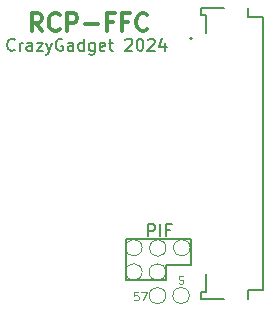
<source format=gbr>
%TF.GenerationSoftware,KiCad,Pcbnew,7.0.7*%
%TF.CreationDate,2024-03-24T16:11:17-04:00*%
%TF.ProjectId,RCP-FLEX,5243502d-464c-4455-982e-6b696361645f,rev?*%
%TF.SameCoordinates,Original*%
%TF.FileFunction,Legend,Top*%
%TF.FilePolarity,Positive*%
%FSLAX46Y46*%
G04 Gerber Fmt 4.6, Leading zero omitted, Abs format (unit mm)*
G04 Created by KiCad (PCBNEW 7.0.7) date 2024-03-24 16:11:17*
%MOMM*%
%LPD*%
G01*
G04 APERTURE LIST*
%ADD10C,0.150000*%
%ADD11C,0.100000*%
%ADD12C,0.300000*%
%ADD13C,0.120000*%
%ADD14C,0.127000*%
%ADD15C,0.200000*%
G04 APERTURE END LIST*
D10*
X180800000Y-76900000D02*
X180900000Y-76900000D01*
X178800000Y-80400000D02*
X176100000Y-80400000D01*
X180900000Y-76900000D02*
X180900000Y-78900000D01*
X175400000Y-80400000D02*
X175400000Y-76900000D01*
X180900000Y-79000000D02*
X180900000Y-79100000D01*
X175400000Y-76900000D02*
X180800000Y-76900000D01*
X180900000Y-78900000D02*
X180900000Y-79000000D01*
X178800000Y-79100000D02*
X178800000Y-80400000D01*
X180900000Y-79100000D02*
X178800000Y-79100000D01*
X176100000Y-80400000D02*
X175400000Y-80400000D01*
D11*
X179899122Y-80675800D02*
X179999122Y-80709133D01*
X179999122Y-80709133D02*
X180165789Y-80709133D01*
X180165789Y-80709133D02*
X180232455Y-80675800D01*
X180232455Y-80675800D02*
X180265789Y-80642466D01*
X180265789Y-80642466D02*
X180299122Y-80575800D01*
X180299122Y-80575800D02*
X180299122Y-80509133D01*
X180299122Y-80509133D02*
X180265789Y-80442466D01*
X180265789Y-80442466D02*
X180232455Y-80409133D01*
X180232455Y-80409133D02*
X180165789Y-80375800D01*
X180165789Y-80375800D02*
X180032455Y-80342466D01*
X180032455Y-80342466D02*
X179965789Y-80309133D01*
X179965789Y-80309133D02*
X179932455Y-80275800D01*
X179932455Y-80275800D02*
X179899122Y-80209133D01*
X179899122Y-80209133D02*
X179899122Y-80142466D01*
X179899122Y-80142466D02*
X179932455Y-80075800D01*
X179932455Y-80075800D02*
X179965789Y-80042466D01*
X179965789Y-80042466D02*
X180032455Y-80009133D01*
X180032455Y-80009133D02*
X180199122Y-80009133D01*
X180199122Y-80009133D02*
X180299122Y-80042466D01*
D12*
X168311653Y-59300828D02*
X167811653Y-58586542D01*
X167454510Y-59300828D02*
X167454510Y-57800828D01*
X167454510Y-57800828D02*
X168025939Y-57800828D01*
X168025939Y-57800828D02*
X168168796Y-57872257D01*
X168168796Y-57872257D02*
X168240225Y-57943685D01*
X168240225Y-57943685D02*
X168311653Y-58086542D01*
X168311653Y-58086542D02*
X168311653Y-58300828D01*
X168311653Y-58300828D02*
X168240225Y-58443685D01*
X168240225Y-58443685D02*
X168168796Y-58515114D01*
X168168796Y-58515114D02*
X168025939Y-58586542D01*
X168025939Y-58586542D02*
X167454510Y-58586542D01*
X169811653Y-59157971D02*
X169740225Y-59229400D01*
X169740225Y-59229400D02*
X169525939Y-59300828D01*
X169525939Y-59300828D02*
X169383082Y-59300828D01*
X169383082Y-59300828D02*
X169168796Y-59229400D01*
X169168796Y-59229400D02*
X169025939Y-59086542D01*
X169025939Y-59086542D02*
X168954510Y-58943685D01*
X168954510Y-58943685D02*
X168883082Y-58657971D01*
X168883082Y-58657971D02*
X168883082Y-58443685D01*
X168883082Y-58443685D02*
X168954510Y-58157971D01*
X168954510Y-58157971D02*
X169025939Y-58015114D01*
X169025939Y-58015114D02*
X169168796Y-57872257D01*
X169168796Y-57872257D02*
X169383082Y-57800828D01*
X169383082Y-57800828D02*
X169525939Y-57800828D01*
X169525939Y-57800828D02*
X169740225Y-57872257D01*
X169740225Y-57872257D02*
X169811653Y-57943685D01*
X170454510Y-59300828D02*
X170454510Y-57800828D01*
X170454510Y-57800828D02*
X171025939Y-57800828D01*
X171025939Y-57800828D02*
X171168796Y-57872257D01*
X171168796Y-57872257D02*
X171240225Y-57943685D01*
X171240225Y-57943685D02*
X171311653Y-58086542D01*
X171311653Y-58086542D02*
X171311653Y-58300828D01*
X171311653Y-58300828D02*
X171240225Y-58443685D01*
X171240225Y-58443685D02*
X171168796Y-58515114D01*
X171168796Y-58515114D02*
X171025939Y-58586542D01*
X171025939Y-58586542D02*
X170454510Y-58586542D01*
X171954510Y-58729400D02*
X173097368Y-58729400D01*
X174311653Y-58515114D02*
X173811653Y-58515114D01*
X173811653Y-59300828D02*
X173811653Y-57800828D01*
X173811653Y-57800828D02*
X174525939Y-57800828D01*
X175597367Y-58515114D02*
X175097367Y-58515114D01*
X175097367Y-59300828D02*
X175097367Y-57800828D01*
X175097367Y-57800828D02*
X175811653Y-57800828D01*
X177240224Y-59157971D02*
X177168796Y-59229400D01*
X177168796Y-59229400D02*
X176954510Y-59300828D01*
X176954510Y-59300828D02*
X176811653Y-59300828D01*
X176811653Y-59300828D02*
X176597367Y-59229400D01*
X176597367Y-59229400D02*
X176454510Y-59086542D01*
X176454510Y-59086542D02*
X176383081Y-58943685D01*
X176383081Y-58943685D02*
X176311653Y-58657971D01*
X176311653Y-58657971D02*
X176311653Y-58443685D01*
X176311653Y-58443685D02*
X176383081Y-58157971D01*
X176383081Y-58157971D02*
X176454510Y-58015114D01*
X176454510Y-58015114D02*
X176597367Y-57872257D01*
X176597367Y-57872257D02*
X176811653Y-57800828D01*
X176811653Y-57800828D02*
X176954510Y-57800828D01*
X176954510Y-57800828D02*
X177168796Y-57872257D01*
X177168796Y-57872257D02*
X177240224Y-57943685D01*
D11*
X176465789Y-81409133D02*
X176132455Y-81409133D01*
X176132455Y-81409133D02*
X176099122Y-81742466D01*
X176099122Y-81742466D02*
X176132455Y-81709133D01*
X176132455Y-81709133D02*
X176199122Y-81675800D01*
X176199122Y-81675800D02*
X176365789Y-81675800D01*
X176365789Y-81675800D02*
X176432455Y-81709133D01*
X176432455Y-81709133D02*
X176465789Y-81742466D01*
X176465789Y-81742466D02*
X176499122Y-81809133D01*
X176499122Y-81809133D02*
X176499122Y-81975800D01*
X176499122Y-81975800D02*
X176465789Y-82042466D01*
X176465789Y-82042466D02*
X176432455Y-82075800D01*
X176432455Y-82075800D02*
X176365789Y-82109133D01*
X176365789Y-82109133D02*
X176199122Y-82109133D01*
X176199122Y-82109133D02*
X176132455Y-82075800D01*
X176132455Y-82075800D02*
X176099122Y-82042466D01*
X176732456Y-81409133D02*
X177199122Y-81409133D01*
X177199122Y-81409133D02*
X176899122Y-82109133D01*
D10*
X177336779Y-76669819D02*
X177336779Y-75669819D01*
X177336779Y-75669819D02*
X177717731Y-75669819D01*
X177717731Y-75669819D02*
X177812969Y-75717438D01*
X177812969Y-75717438D02*
X177860588Y-75765057D01*
X177860588Y-75765057D02*
X177908207Y-75860295D01*
X177908207Y-75860295D02*
X177908207Y-76003152D01*
X177908207Y-76003152D02*
X177860588Y-76098390D01*
X177860588Y-76098390D02*
X177812969Y-76146009D01*
X177812969Y-76146009D02*
X177717731Y-76193628D01*
X177717731Y-76193628D02*
X177336779Y-76193628D01*
X178336779Y-76669819D02*
X178336779Y-75669819D01*
X179146302Y-76146009D02*
X178812969Y-76146009D01*
X178812969Y-76669819D02*
X178812969Y-75669819D01*
X178812969Y-75669819D02*
X179289159Y-75669819D01*
X166008207Y-60874580D02*
X165960588Y-60922200D01*
X165960588Y-60922200D02*
X165817731Y-60969819D01*
X165817731Y-60969819D02*
X165722493Y-60969819D01*
X165722493Y-60969819D02*
X165579636Y-60922200D01*
X165579636Y-60922200D02*
X165484398Y-60826961D01*
X165484398Y-60826961D02*
X165436779Y-60731723D01*
X165436779Y-60731723D02*
X165389160Y-60541247D01*
X165389160Y-60541247D02*
X165389160Y-60398390D01*
X165389160Y-60398390D02*
X165436779Y-60207914D01*
X165436779Y-60207914D02*
X165484398Y-60112676D01*
X165484398Y-60112676D02*
X165579636Y-60017438D01*
X165579636Y-60017438D02*
X165722493Y-59969819D01*
X165722493Y-59969819D02*
X165817731Y-59969819D01*
X165817731Y-59969819D02*
X165960588Y-60017438D01*
X165960588Y-60017438D02*
X166008207Y-60065057D01*
X166436779Y-60969819D02*
X166436779Y-60303152D01*
X166436779Y-60493628D02*
X166484398Y-60398390D01*
X166484398Y-60398390D02*
X166532017Y-60350771D01*
X166532017Y-60350771D02*
X166627255Y-60303152D01*
X166627255Y-60303152D02*
X166722493Y-60303152D01*
X167484398Y-60969819D02*
X167484398Y-60446009D01*
X167484398Y-60446009D02*
X167436779Y-60350771D01*
X167436779Y-60350771D02*
X167341541Y-60303152D01*
X167341541Y-60303152D02*
X167151065Y-60303152D01*
X167151065Y-60303152D02*
X167055827Y-60350771D01*
X167484398Y-60922200D02*
X167389160Y-60969819D01*
X167389160Y-60969819D02*
X167151065Y-60969819D01*
X167151065Y-60969819D02*
X167055827Y-60922200D01*
X167055827Y-60922200D02*
X167008208Y-60826961D01*
X167008208Y-60826961D02*
X167008208Y-60731723D01*
X167008208Y-60731723D02*
X167055827Y-60636485D01*
X167055827Y-60636485D02*
X167151065Y-60588866D01*
X167151065Y-60588866D02*
X167389160Y-60588866D01*
X167389160Y-60588866D02*
X167484398Y-60541247D01*
X167865351Y-60303152D02*
X168389160Y-60303152D01*
X168389160Y-60303152D02*
X167865351Y-60969819D01*
X167865351Y-60969819D02*
X168389160Y-60969819D01*
X168674875Y-60303152D02*
X168912970Y-60969819D01*
X169151065Y-60303152D02*
X168912970Y-60969819D01*
X168912970Y-60969819D02*
X168817732Y-61207914D01*
X168817732Y-61207914D02*
X168770113Y-61255533D01*
X168770113Y-61255533D02*
X168674875Y-61303152D01*
X170055827Y-60017438D02*
X169960589Y-59969819D01*
X169960589Y-59969819D02*
X169817732Y-59969819D01*
X169817732Y-59969819D02*
X169674875Y-60017438D01*
X169674875Y-60017438D02*
X169579637Y-60112676D01*
X169579637Y-60112676D02*
X169532018Y-60207914D01*
X169532018Y-60207914D02*
X169484399Y-60398390D01*
X169484399Y-60398390D02*
X169484399Y-60541247D01*
X169484399Y-60541247D02*
X169532018Y-60731723D01*
X169532018Y-60731723D02*
X169579637Y-60826961D01*
X169579637Y-60826961D02*
X169674875Y-60922200D01*
X169674875Y-60922200D02*
X169817732Y-60969819D01*
X169817732Y-60969819D02*
X169912970Y-60969819D01*
X169912970Y-60969819D02*
X170055827Y-60922200D01*
X170055827Y-60922200D02*
X170103446Y-60874580D01*
X170103446Y-60874580D02*
X170103446Y-60541247D01*
X170103446Y-60541247D02*
X169912970Y-60541247D01*
X170960589Y-60969819D02*
X170960589Y-60446009D01*
X170960589Y-60446009D02*
X170912970Y-60350771D01*
X170912970Y-60350771D02*
X170817732Y-60303152D01*
X170817732Y-60303152D02*
X170627256Y-60303152D01*
X170627256Y-60303152D02*
X170532018Y-60350771D01*
X170960589Y-60922200D02*
X170865351Y-60969819D01*
X170865351Y-60969819D02*
X170627256Y-60969819D01*
X170627256Y-60969819D02*
X170532018Y-60922200D01*
X170532018Y-60922200D02*
X170484399Y-60826961D01*
X170484399Y-60826961D02*
X170484399Y-60731723D01*
X170484399Y-60731723D02*
X170532018Y-60636485D01*
X170532018Y-60636485D02*
X170627256Y-60588866D01*
X170627256Y-60588866D02*
X170865351Y-60588866D01*
X170865351Y-60588866D02*
X170960589Y-60541247D01*
X171865351Y-60969819D02*
X171865351Y-59969819D01*
X171865351Y-60922200D02*
X171770113Y-60969819D01*
X171770113Y-60969819D02*
X171579637Y-60969819D01*
X171579637Y-60969819D02*
X171484399Y-60922200D01*
X171484399Y-60922200D02*
X171436780Y-60874580D01*
X171436780Y-60874580D02*
X171389161Y-60779342D01*
X171389161Y-60779342D02*
X171389161Y-60493628D01*
X171389161Y-60493628D02*
X171436780Y-60398390D01*
X171436780Y-60398390D02*
X171484399Y-60350771D01*
X171484399Y-60350771D02*
X171579637Y-60303152D01*
X171579637Y-60303152D02*
X171770113Y-60303152D01*
X171770113Y-60303152D02*
X171865351Y-60350771D01*
X172770113Y-60303152D02*
X172770113Y-61112676D01*
X172770113Y-61112676D02*
X172722494Y-61207914D01*
X172722494Y-61207914D02*
X172674875Y-61255533D01*
X172674875Y-61255533D02*
X172579637Y-61303152D01*
X172579637Y-61303152D02*
X172436780Y-61303152D01*
X172436780Y-61303152D02*
X172341542Y-61255533D01*
X172770113Y-60922200D02*
X172674875Y-60969819D01*
X172674875Y-60969819D02*
X172484399Y-60969819D01*
X172484399Y-60969819D02*
X172389161Y-60922200D01*
X172389161Y-60922200D02*
X172341542Y-60874580D01*
X172341542Y-60874580D02*
X172293923Y-60779342D01*
X172293923Y-60779342D02*
X172293923Y-60493628D01*
X172293923Y-60493628D02*
X172341542Y-60398390D01*
X172341542Y-60398390D02*
X172389161Y-60350771D01*
X172389161Y-60350771D02*
X172484399Y-60303152D01*
X172484399Y-60303152D02*
X172674875Y-60303152D01*
X172674875Y-60303152D02*
X172770113Y-60350771D01*
X173627256Y-60922200D02*
X173532018Y-60969819D01*
X173532018Y-60969819D02*
X173341542Y-60969819D01*
X173341542Y-60969819D02*
X173246304Y-60922200D01*
X173246304Y-60922200D02*
X173198685Y-60826961D01*
X173198685Y-60826961D02*
X173198685Y-60446009D01*
X173198685Y-60446009D02*
X173246304Y-60350771D01*
X173246304Y-60350771D02*
X173341542Y-60303152D01*
X173341542Y-60303152D02*
X173532018Y-60303152D01*
X173532018Y-60303152D02*
X173627256Y-60350771D01*
X173627256Y-60350771D02*
X173674875Y-60446009D01*
X173674875Y-60446009D02*
X173674875Y-60541247D01*
X173674875Y-60541247D02*
X173198685Y-60636485D01*
X173960590Y-60303152D02*
X174341542Y-60303152D01*
X174103447Y-59969819D02*
X174103447Y-60826961D01*
X174103447Y-60826961D02*
X174151066Y-60922200D01*
X174151066Y-60922200D02*
X174246304Y-60969819D01*
X174246304Y-60969819D02*
X174341542Y-60969819D01*
X175389162Y-60065057D02*
X175436781Y-60017438D01*
X175436781Y-60017438D02*
X175532019Y-59969819D01*
X175532019Y-59969819D02*
X175770114Y-59969819D01*
X175770114Y-59969819D02*
X175865352Y-60017438D01*
X175865352Y-60017438D02*
X175912971Y-60065057D01*
X175912971Y-60065057D02*
X175960590Y-60160295D01*
X175960590Y-60160295D02*
X175960590Y-60255533D01*
X175960590Y-60255533D02*
X175912971Y-60398390D01*
X175912971Y-60398390D02*
X175341543Y-60969819D01*
X175341543Y-60969819D02*
X175960590Y-60969819D01*
X176579638Y-59969819D02*
X176674876Y-59969819D01*
X176674876Y-59969819D02*
X176770114Y-60017438D01*
X176770114Y-60017438D02*
X176817733Y-60065057D01*
X176817733Y-60065057D02*
X176865352Y-60160295D01*
X176865352Y-60160295D02*
X176912971Y-60350771D01*
X176912971Y-60350771D02*
X176912971Y-60588866D01*
X176912971Y-60588866D02*
X176865352Y-60779342D01*
X176865352Y-60779342D02*
X176817733Y-60874580D01*
X176817733Y-60874580D02*
X176770114Y-60922200D01*
X176770114Y-60922200D02*
X176674876Y-60969819D01*
X176674876Y-60969819D02*
X176579638Y-60969819D01*
X176579638Y-60969819D02*
X176484400Y-60922200D01*
X176484400Y-60922200D02*
X176436781Y-60874580D01*
X176436781Y-60874580D02*
X176389162Y-60779342D01*
X176389162Y-60779342D02*
X176341543Y-60588866D01*
X176341543Y-60588866D02*
X176341543Y-60350771D01*
X176341543Y-60350771D02*
X176389162Y-60160295D01*
X176389162Y-60160295D02*
X176436781Y-60065057D01*
X176436781Y-60065057D02*
X176484400Y-60017438D01*
X176484400Y-60017438D02*
X176579638Y-59969819D01*
X177293924Y-60065057D02*
X177341543Y-60017438D01*
X177341543Y-60017438D02*
X177436781Y-59969819D01*
X177436781Y-59969819D02*
X177674876Y-59969819D01*
X177674876Y-59969819D02*
X177770114Y-60017438D01*
X177770114Y-60017438D02*
X177817733Y-60065057D01*
X177817733Y-60065057D02*
X177865352Y-60160295D01*
X177865352Y-60160295D02*
X177865352Y-60255533D01*
X177865352Y-60255533D02*
X177817733Y-60398390D01*
X177817733Y-60398390D02*
X177246305Y-60969819D01*
X177246305Y-60969819D02*
X177865352Y-60969819D01*
X178722495Y-60303152D02*
X178722495Y-60969819D01*
X178484400Y-59922200D02*
X178246305Y-60636485D01*
X178246305Y-60636485D02*
X178865352Y-60636485D01*
D13*
%TO.C,TP38*%
X178800000Y-79705200D02*
G75*
G03*
X178800000Y-79705200I-700000J0D01*
G01*
%TO.C,TP37*%
X176800000Y-79700000D02*
G75*
G03*
X176800000Y-79700000I-700000J0D01*
G01*
%TO.C,TP34*%
X176798200Y-77647800D02*
G75*
G03*
X176798200Y-77647800I-700000J0D01*
G01*
%TO.C,TP35*%
X178830200Y-77673200D02*
G75*
G03*
X178830200Y-77673200I-700000J0D01*
G01*
%TO.C,TP40*%
X180800000Y-81700000D02*
G75*
G03*
X180800000Y-81700000I-700000J0D01*
G01*
D14*
%TO.C,J1*%
X181816400Y-82015400D02*
X183746400Y-82015400D01*
X185766400Y-82015400D02*
X185766400Y-81215400D01*
X181816400Y-81365400D02*
X181816400Y-82015400D01*
X182216400Y-81365400D02*
X181816400Y-81365400D01*
X182216400Y-81365400D02*
X182216400Y-79885400D01*
X185766400Y-81215400D02*
X187066400Y-81215400D01*
X187066400Y-81215400D02*
X187066400Y-58115400D01*
X182216400Y-59445400D02*
X182216400Y-57965400D01*
X185766400Y-58115400D02*
X185766400Y-57315400D01*
X187066400Y-58115400D02*
X185766400Y-58115400D01*
X181816400Y-57965400D02*
X182216400Y-57965400D01*
X181816400Y-57315400D02*
X181816400Y-57965400D01*
X183746400Y-57315400D02*
X181816400Y-57315400D01*
D15*
X181041400Y-59915400D02*
G75*
G03*
X181041400Y-59915400I-100000J0D01*
G01*
D13*
%TO.C,TP39*%
X178800000Y-81700000D02*
G75*
G03*
X178800000Y-81700000I-700000J0D01*
G01*
%TO.C,TP36*%
X180862200Y-77647800D02*
G75*
G03*
X180862200Y-77647800I-700000J0D01*
G01*
%TD*%
M02*

</source>
